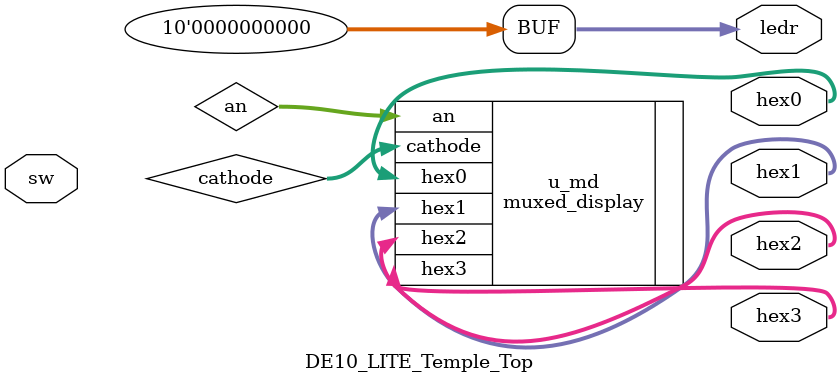
<source format=sv>



// insert macros here
//
`define ENABLE_LED
`define ENABLE_SW
`define ENABLE_HEX0
`define ENABLE_HEX1
`define ENABLE_HEX2
`define ENABLE_HEX3

module DE10_LITE_Temple_Top(

	//////////// SDRAM: 3.3-V LVTTL //////////
`ifdef ENABLE_SDRAM
	output		    [12:0]		dram_addr,
	output		     [1:0]		dram_ba,
	output		          		dram_cas_n,
	output		          		dram_cke,
	output		          		dram_clk,
	output		          		dram_cs_n,
	inout 		    [15:0]		dram_dq,
	output		          		dram_ldqm,
	output		          		dram_ras_n,
	output		          		dram_udqm,
	output		          		dram_we_n,
`endif

	//////////// SEG7: 3.3-V LVTTL //////////
`ifdef ENABLE_HEX0
	output		     [7:0]		hex0,
`endif
`ifdef ENABLE_HEX1
	output		     [7:0]		hex1,
`endif
`ifdef ENABLE_HEX2
	output		     [7:0]		hex2,
`endif
`ifdef ENABLE_HEX3
	output		     [7:0]		hex3,
`endif
`ifdef ENABLE_HEX4
	output		     [7:0]		hex4,
`endif
`ifdef ENABLE_HEX5
	output		     [7:0]		hex5,
`endif

	//////////// KEY: 3.3 V SCHMITT TRIGGER //////////
`ifdef ENABLE_KEY
	input 		     [1:0]		key,
`endif

	//////////// LED: 3.3-V LVTTL //////////
`ifdef ENABLE_LED
	output		     [9:0]		ledr,
`endif

	//////////// VGA: 3.3-V LVTTL //////////
`ifdef ENABLE_VGA
	output		     [3:0]		vga_b,
	output		     [3:0]		vga_g,
	output		          		vga_hs,
	output		     [3:0]		vga_r,
	output		          		vga_vs,
`endif

	//////////// Accelerometer: 3.3-V LVTTL //////////
`ifdef ENABLE_ACCELEROMETER
	output		          		gsensor_cs_n,
	input 		     [2:1]		gsensor_int,
	output		          		gsensor_sclk,
	inout 		          		gsensor_sdi,
	inout 		          		gsensor_sdo,
`endif

	//////////// Arduino: 3.3-V LVTTL //////////
`ifdef ENABLE_ARDUINO
	inout 		    [15:0]		arduino_io,
	inout 		          		arduino_reset_n,
`endif

	//////////// GPIO, GPIO connect to GPIO Default: 3.3-V LVTTL //////////
`ifdef ENABLE_GPIO
	inout 		    [35:0]		gpio,
`endif

	//////////// ADC CLOCK: 3.3-V LVTTL //////////
`ifdef ENABLE_ADC_CLOCK
	input 		          		adc_clk_10,
`endif
	//////////// CLOCK 1: 3.3-V LVTTL //////////
`ifdef ENABLE_CLOCK1
	input 		          		max10_clk1_50,
`endif
	//////////// CLOCK 2: 3.3-V LVTTL //////////
`ifdef ENABLE_CLOCK2
	input 		          		max10_clk2_50,
`endif

	//////////// SW: 3.3-V LVTTL //////////
`ifdef ENABLE_SW
//	input 		     [9:0]		sw
	input 		     [6:0]		sw
`endif
);

	// add the Lab 3A design here

	// add the Lab 3 design code here
	logic [3:0] an;	
	logic [6:0] cathode;

	// tie unused LED's low
	assign ledr[9:0] = 10'b0;

	// instantiate top level design here
	

	// and instantiate the muxed display module
	muxed_display u_md (.hex3, .hex2, .hex1, .hex0, 
		.an, .cathode);

endmodule

</source>
